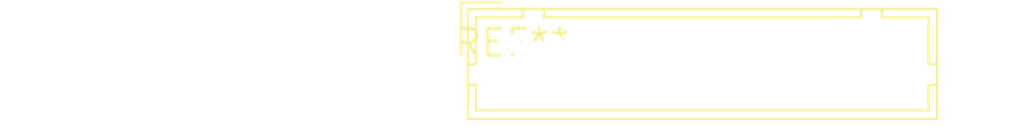
<source format=kicad_pcb>
(kicad_pcb (version 20240108) (generator pcbnew)
  (layers (0 "F.Cu" signal) (31 "B.Cu" signal) (34 "B.Paste" user) (35 "F.Paste" user) (36 "B.SilkS" user "B.Silkscreen") (37 "F.SilkS" user "F.Silkscreen") (38 "B.Mask" user) (39 "F.Mask" user) (44 "Edge.Cuts" user))
  (net 0 "")
  (footprint "Hirose_DF11-20DP-2DSA_2x10_P2.00mm_Vertical" (layer "F.Cu") (at 0 0)
    (property "Reference" "REF**")
    (property "Value" "Hirose_DF11-20DP-2DSA_2x10_P2.00mm_Vertical")
    (fp_line (start -2.41 -1.91) (end -0.5 -1.91) (layer "F.SilkS") (stroke (width 0.12)))
    (fp_line (start -2.41 0) (end -2.41 -1.91) (layer "F.SilkS") (stroke (width 0.12)))
    (fp_line (start -2.1 -1.6) (end -2.1 3.6) (layer "F.SilkS") (stroke (width 0.12)))
    (fp_line (start -2.1 1) (end -1.7 1) (layer "F.SilkS") (stroke (width 0.12)))
    (fp_line (start -2.1 2) (end -1.7 2) (layer "F.SilkS") (stroke (width 0.12)))
    (fp_line (start -2.1 3.6) (end 20.1 3.6) (layer "F.SilkS") (stroke (width 0.12)))
    (fp_line (start -1.7 -1.2) (end 0.5 -1.2) (layer "F.SilkS") (stroke (width 0.12)))
    (fp_line (start -1.7 1) (end -1.7 -1.2) (layer "F.SilkS") (stroke (width 0.12)))
    (fp_line (start -1.7 2) (end -1.7 3.2) (layer "F.SilkS") (stroke (width 0.12)))
    (fp_line (start -1.7 3.2) (end 19.7 3.2) (layer "F.SilkS") (stroke (width 0.12)))
    (fp_line (start 0.5 -1.2) (end 0.5 -1.6) (layer "F.SilkS") (stroke (width 0.12)))
    (fp_line (start 1.5 -1.6) (end 1.5 -1.2) (layer "F.SilkS") (stroke (width 0.12)))
    (fp_line (start 1.5 -1.2) (end 16.5 -1.2) (layer "F.SilkS") (stroke (width 0.12)))
    (fp_line (start 16.5 -1.2) (end 16.5 -1.6) (layer "F.SilkS") (stroke (width 0.12)))
    (fp_line (start 17.5 -1.2) (end 17.5 -1.6) (layer "F.SilkS") (stroke (width 0.12)))
    (fp_line (start 19.7 -1.2) (end 17.5 -1.2) (layer "F.SilkS") (stroke (width 0.12)))
    (fp_line (start 19.7 1) (end 19.7 -1.2) (layer "F.SilkS") (stroke (width 0.12)))
    (fp_line (start 19.7 2) (end 20.1 2) (layer "F.SilkS") (stroke (width 0.12)))
    (fp_line (start 19.7 3.2) (end 19.7 2) (layer "F.SilkS") (stroke (width 0.12)))
    (fp_line (start 20.1 -1.6) (end -2.1 -1.6) (layer "F.SilkS") (stroke (width 0.12)))
    (fp_line (start 20.1 1) (end 19.7 1) (layer "F.SilkS") (stroke (width 0.12)))
    (fp_line (start 20.1 3.6) (end 20.1 -1.6) (layer "F.SilkS") (stroke (width 0.12)))
    (pad "1" thru_hole roundrect (at 0 0) (size 1.2 1.65) (drill 0.85) (layers *.Cu *.Mask) (remove_unused_layers) (roundrect_rratio 0.208333))
    (pad "2" thru_hole oval (at 0 2) (size 1.2 1.65) (drill 0.85) (layers *.Cu *.Mask) (remove_unused_layers))
    (pad "3" thru_hole oval (at 2 0) (size 1.2 1.65) (drill 0.85) (layers *.Cu *.Mask) (remove_unused_layers))
    (pad "4" thru_hole oval (at 2 2) (size 1.2 1.65) (drill 0.85) (layers *.Cu *.Mask) (remove_unused_layers))
    (pad "5" thru_hole oval (at 4 0) (size 1.2 1.65) (drill 0.85) (layers *.Cu *.Mask) (remove_unused_layers))
    (pad "6" thru_hole oval (at 4 2) (size 1.2 1.65) (drill 0.85) (layers *.Cu *.Mask) (remove_unused_layers))
    (pad "7" thru_hole oval (at 6 0) (size 1.2 1.65) (drill 0.85) (layers *.Cu *.Mask) (remove_unused_layers))
    (pad "8" thru_hole oval (at 6 2) (size 1.2 1.65) (drill 0.85) (layers *.Cu *.Mask) (remove_unused_layers))
    (pad "9" thru_hole oval (at 8 0) (size 1.2 1.65) (drill 0.85) (layers *.Cu *.Mask) (remove_unused_layers))
    (pad "10" thru_hole oval (at 8 2) (size 1.2 1.65) (drill 0.85) (layers *.Cu *.Mask) (remove_unused_layers))
    (pad "11" thru_hole oval (at 10 0) (size 1.2 1.65) (drill 0.85) (layers *.Cu *.Mask) (remove_unused_layers))
    (pad "12" thru_hole oval (at 10 2) (size 1.2 1.65) (drill 0.85) (layers *.Cu *.Mask) (remove_unused_layers))
    (pad "13" thru_hole oval (at 12 0) (size 1.2 1.65) (drill 0.85) (layers *.Cu *.Mask) (remove_unused_layers))
    (pad "14" thru_hole oval (at 12 2) (size 1.2 1.65) (drill 0.85) (layers *.Cu *.Mask) (remove_unused_layers))
    (pad "15" thru_hole oval (at 14 0) (size 1.2 1.65) (drill 0.85) (layers *.Cu *.Mask) (remove_unused_layers))
    (pad "16" thru_hole oval (at 14 2) (size 1.2 1.65) (drill 0.85) (layers *.Cu *.Mask) (remove_unused_layers))
    (pad "17" thru_hole oval (at 16 0) (size 1.2 1.65) (drill 0.85) (layers *.Cu *.Mask) (remove_unused_layers))
    (pad "18" thru_hole oval (at 16 2) (size 1.2 1.65) (drill 0.85) (layers *.Cu *.Mask) (remove_unused_layers))
    (pad "19" thru_hole oval (at 18 0) (size 1.2 1.65) (drill 0.85) (layers *.Cu *.Mask) (remove_unused_layers))
    (pad "20" thru_hole oval (at 18 2) (size 1.2 1.65) (drill 0.85) (layers *.Cu *.Mask) (remove_unused_layers))
  )
)
</source>
